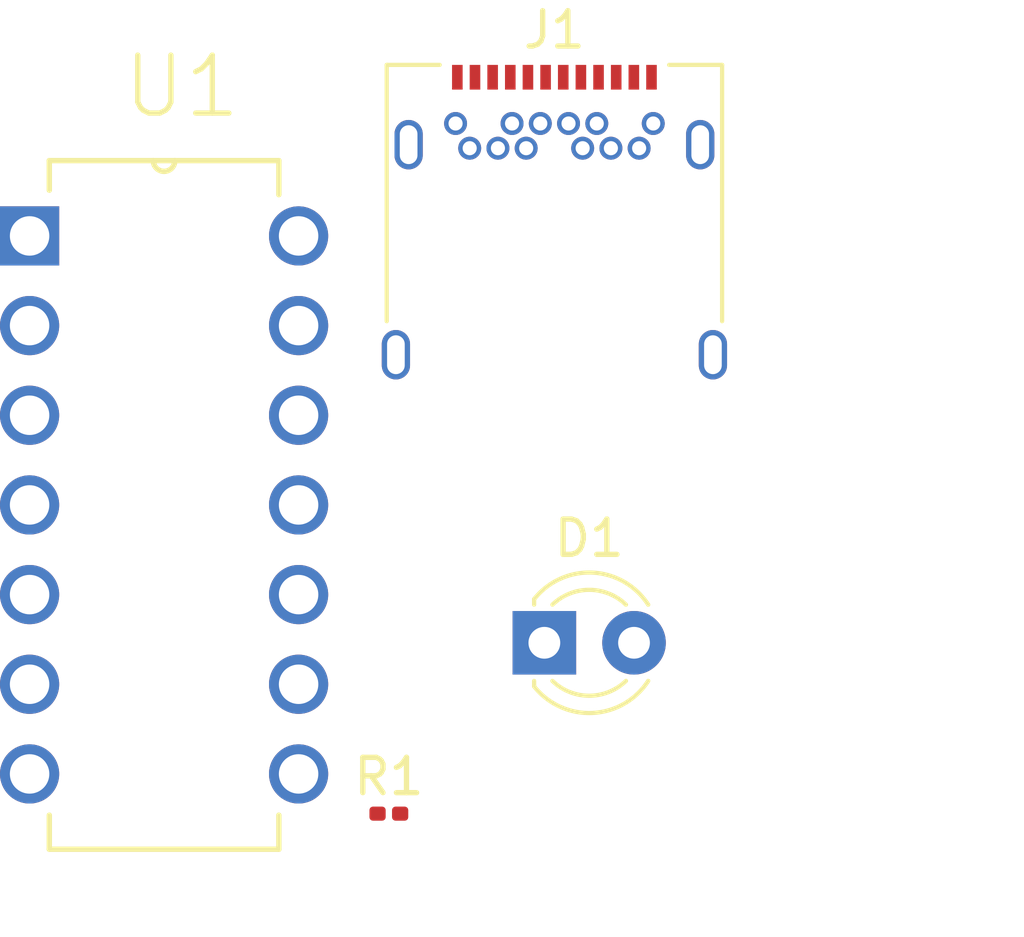
<source format=kicad_pcb>
(kicad_pcb (version 20240108) (generator "pcbnew") (generator_version "8.0")
  (layers (0 "F.Cu" signal) (31 "B.Cu" signal) (34 "B.Paste" user) (35 "F.Paste" user) (36 "B.SilkS" user "B.Silkscreen") (37 "F.SilkS" user "F.Silkscreen") (38 "B.Mask" user) (39 "F.Mask" user) (44 "Edge.Cuts" user))
  (net 0 "")
  (net 13 "Net-(D1-A)")
  (net 14 "Net-(J1-VBUS-PadA4)")
  (net 31 "0")
  (net 32 "+5V")
  (footprint "Resistor_SMD:R_0201_0603Metric" (layer "F.Cu") (at 251.82 72.84)
    (property "Reference" "R1" (at 0 -1.05 0) (layer "F.SilkS"))
    (property "Value" "1kΩ")
    (pad "1" smd roundrect (at -0.32 0) (size 0.46 0.4) (layers "F.Cu" "F.Mask") (net 32 "+5V"))
    (pad "2" smd roundrect (at 0.32 0) (size 0.46 0.4) (layers "F.Cu" "F.Mask") (net 13 "Net-(D1-A)"))
  )
  (footprint "Connector_USB:USB_C_Receptacle_Amphenol_12401548E4-2A" (layer "F.Cu") (at 256.51 57)
    (property "Reference" "J1" (at 0 -6.36 0) (layer "F.SilkS"))
    (property "Value" "5")
    (fp_line (start -4.75 -5.37) (end -4.75 1.89) (stroke (width 0.12)) (layer "F.SilkS"))
    (fp_line (start -4.75 -5.37) (end -3.25 -5.37) (stroke (width 0.12)) (layer "F.SilkS"))
    (fp_line (start 3.25 -5.37) (end 4.75 -5.37) (stroke (width 0.12)) (layer "F.SilkS"))
    (fp_line (start 4.75 -5.37) (end 4.75 1.89) (stroke (width 0.12)) (layer "F.SilkS"))
    (pad "" np_thru_hole circle (at -3.6 -4.36) (size 0.65 0.65) (drill 0.65) (layers "*.Cu" "*.Mask"))
    (pad "" np_thru_hole oval (at 3.6 -4.36) (size 0.95 0.65) (drill oval 0.95 0.65) (layers "*.Cu" "*.Mask"))
    (pad "A1" smd rect (at -2.75 -5.02) (size 0.3 0.7) (layers "F.Cu" "F.Paste" "F.Mask") (net 31 "0"))
    (pad "A2" smd rect (at -2.25 -5.02) (size 0.3 0.7) (layers "F.Cu" "F.Paste" "F.Mask"))
    (pad "A3" smd rect (at -1.75 -5.02) (size 0.3 0.7) (layers "F.Cu" "F.Paste" "F.Mask"))
    (pad "A4" smd rect (at -1.25 -5.02) (size 0.3 0.7) (layers "F.Cu" "F.Paste" "F.Mask") (net 14 "Net-(J1-VBUS-PadA4)"))
    (pad "A5" smd rect (at -0.75 -5.02) (size 0.3 0.7) (layers "F.Cu" "F.Paste" "F.Mask"))
    (pad "A6" smd rect (at -0.25 -5.02) (size 0.3 0.7) (layers "F.Cu" "F.Paste" "F.Mask"))
    (pad "A7" smd rect (at 0.25 -5.02) (size 0.3 0.7) (layers "F.Cu" "F.Paste" "F.Mask"))
    (pad "A8" smd rect (at 0.75 -5.02) (size 0.3 0.7) (layers "F.Cu" "F.Paste" "F.Mask"))
    (pad "A9" smd rect (at 1.25 -5.02) (size 0.3 0.7) (layers "F.Cu" "F.Paste" "F.Mask") (net 14 "Net-(J1-VBUS-PadA4)"))
    (pad "A10" smd rect (at 1.75 -5.02) (size 0.3 0.7) (layers "F.Cu" "F.Paste" "F.Mask"))
    (pad "A11" smd rect (at 2.25 -5.02) (size 0.3 0.7) (layers "F.Cu" "F.Paste" "F.Mask"))
    (pad "A12" smd rect (at 2.75 -5.02) (size 0.3 0.7) (layers "F.Cu" "F.Paste" "F.Mask") (net 31 "0"))
    (pad "B1" thru_hole circle (at 2.8 -3.71) (size 0.65 0.65) (drill 0.4) (layers "*.Cu" "*.Mask") (net 31 "0"))
    (pad "B2" thru_hole circle (at 2.4 -3.01) (size 0.65 0.65) (drill 0.4) (layers "*.Cu" "*.Mask"))
    (pad "B3" thru_hole circle (at 1.6 -3.01) (size 0.65 0.65) (drill 0.4) (layers "*.Cu" "*.Mask"))
    (pad "B4" thru_hole circle (at 1.2 -3.71) (size 0.65 0.65) (drill 0.4) (layers "*.Cu" "*.Mask") (net 14 "Net-(J1-VBUS-PadA4)"))
    (pad "B5" thru_hole circle (at 0.8 -3.01) (size 0.65 0.65) (drill 0.4) (layers "*.Cu" "*.Mask"))
    (pad "B6" thru_hole circle (at 0.4 -3.71) (size 0.65 0.65) (drill 0.4) (layers "*.Cu" "*.Mask"))
    (pad "B7" thru_hole circle (at -0.4 -3.71) (size 0.65 0.65) (drill 0.4) (layers "*.Cu" "*.Mask"))
    (pad "B8" thru_hole circle (at -0.8 -3.01) (size 0.65 0.65) (drill 0.4) (layers "*.Cu" "*.Mask"))
    (pad "B9" thru_hole circle (at -1.2 -3.71) (size 0.65 0.65) (drill 0.4) (layers "*.Cu" "*.Mask") (net 14 "Net-(J1-VBUS-PadA4)"))
    (pad "B10" thru_hole circle (at -1.6 -3.01) (size 0.65 0.65) (drill 0.4) (layers "*.Cu" "*.Mask"))
    (pad "B11" thru_hole circle (at -2.4 -3.01) (size 0.65 0.65) (drill 0.4) (layers "*.Cu" "*.Mask"))
    (pad "B12" thru_hole circle (at -2.8 -3.71) (size 0.65 0.65) (drill 0.4) (layers "*.Cu" "*.Mask") (net 31 "0"))
    (pad "S1" thru_hole oval (at -4.49 2.84) (size 0.8 1.4) (drill oval 0.5 1.1) (layers "*.Cu" "*.Mask") (net 32 "+5V"))
    (pad "S1" thru_hole oval (at -4.13 -3.11) (size 0.8 1.4) (drill oval 0.5 1.1) (layers "*.Cu" "*.Mask") (net 32 "+5V"))
    (pad "S1" thru_hole oval (at 4.13 -3.11) (size 0.8 1.4) (drill oval 0.5 1.1) (layers "*.Cu" "*.Mask") (net 32 "+5V"))
    (pad "S1" thru_hole oval (at 4.49 2.84) (size 0.8 1.4) (drill oval 0.5 1.1) (layers "*.Cu" "*.Mask") (net 32 "+5V"))
  )
  (footprint "LED_THT:LED_D3.0mm_IRBlack" (layer "F.Cu") (at 256.225 68)
    (property "Reference" "D1" (at 1.27 -2.96 0) (layer "F.SilkS"))
    (property "Value" "LED")
    (fp_line (start -0.29 -1.236) (end -0.29 -1.08) (stroke (width 0.12)) (layer "F.SilkS"))
    (fp_line (start -0.29 1.08) (end -0.29 1.236) (stroke (width 0.12)) (layer "F.SilkS"))
    (fp_arc (start -0.29 -1.235516) (mid 1.366487 -1.987659) (end 2.942335 -1.078608) (stroke (width 0.12)) (layer "F.SilkS"))
    (fp_arc (start 0.229039 -1.08) (mid 1.270117 -1.5) (end 2.31113 -1.079837) (stroke (width 0.12)) (layer "F.SilkS"))
    (fp_arc (start 2.31113 1.079837) (mid 1.270117 1.5) (end 0.229039 1.08) (stroke (width 0.12)) (layer "F.SilkS"))
    (fp_arc (start 2.942335 1.078608) (mid 1.366487 1.987659) (end -0.29 1.235516) (stroke (width 0.12)) (layer "F.SilkS"))
    (pad "1" thru_hole rect (at 0 0) (size 1.8 1.8) (drill 0.9) (layers "*.Cu" "*.Mask") (net 31 "0"))
    (pad "2" thru_hole circle (at 2.54 0) (size 1.8 1.8) (drill 0.9) (layers "*.Cu" "*.Mask") (net 13 "Net-(D1-A)"))
  )
  (footprint "HEF4093BP_652:DIP254P762X420-14" (layer "F.Cu") (at 249.2632 71.7148)
    (property "Reference" "U1" (at -3.30462 -19.47193 0) (layer "F.SilkS") (effects (font (size 1.641307 1.641307))))
    (property "Value" "HEF4093BP_652")
    (fp_line (start -7.0612 -17.3736) (end -7.0612 -16.5354) (stroke (width 0.1524)) (layer "F.SilkS"))
    (fp_line (start -7.0612 1.1684) (end -7.0612 2.1336) (stroke (width 0.1524)) (layer "F.SilkS"))
    (fp_line (start -7.0612 2.1336) (end -0.5588 2.1336) (stroke (width 0.1524)) (layer "F.SilkS"))
    (fp_line (start -4.1148 -17.3736) (end -7.0612 -17.3736) (stroke (width 0.1524)) (layer "F.SilkS"))
    (fp_line (start -3.5052 -17.3736) (end -4.1148 -17.3736) (stroke (width 0.1524)) (layer "F.SilkS"))
    (fp_line (start -0.5588 -17.3736) (end -3.5052 -17.3736) (stroke (width 0.1524)) (layer "F.SilkS"))
    (fp_line (start -0.5588 -16.4084) (end -0.5588 -17.3736) (stroke (width 0.1524)) (layer "F.SilkS"))
    (fp_line (start -0.5588 2.1336) (end -0.5588 1.1684) (stroke (width 0.1524)) (layer "F.SilkS"))
    (fp_arc (start -3.5052 -17.3736) (mid -3.81 -17.0688) (end -4.1148 -17.3736) (stroke (width 0.1524)) (layer "F.SilkS"))
    (pad "1" thru_hole rect (at -7.62 -15.24) (size 1.6764 1.6764) (drill 1.1176) (layers "*.Cu" "*.Mask"))
    (pad "2" thru_hole circle (at -7.62 -12.7) (size 1.6764 1.6764) (drill 1.1176) (layers "*.Cu" "*.Mask"))
    (pad "3" thru_hole circle (at -7.62 -10.16) (size 1.6764 1.6764) (drill 1.1176) (layers "*.Cu" "*.Mask"))
    (pad "4" thru_hole circle (at -7.62 -7.62) (size 1.6764 1.6764) (drill 1.1176) (layers "*.Cu" "*.Mask"))
    (pad "5" thru_hole circle (at -7.62 -5.08) (size 1.6764 1.6764) (drill 1.1176) (layers "*.Cu" "*.Mask"))
    (pad "6" thru_hole circle (at -7.62 -2.54) (size 1.6764 1.6764) (drill 1.1176) (layers "*.Cu" "*.Mask"))
    (pad "7" thru_hole circle (at -7.62 0) (size 1.6764 1.6764) (drill 1.1176) (layers "*.Cu" "*.Mask") (net 31 "0"))
    (pad "8" thru_hole circle (at 0 0) (size 1.6764 1.6764) (drill 1.1176) (layers "*.Cu" "*.Mask"))
    (pad "9" thru_hole circle (at 0 -2.54) (size 1.6764 1.6764) (drill 1.1176) (layers "*.Cu" "*.Mask"))
    (pad "10" thru_hole circle (at 0 -5.08) (size 1.6764 1.6764) (drill 1.1176) (layers "*.Cu" "*.Mask"))
    (pad "11" thru_hole circle (at 0 -7.62) (size 1.6764 1.6764) (drill 1.1176) (layers "*.Cu" "*.Mask"))
    (pad "12" thru_hole circle (at 0 -10.16) (size 1.6764 1.6764) (drill 1.1176) (layers "*.Cu" "*.Mask"))
    (pad "13" thru_hole circle (at 0 -12.7) (size 1.6764 1.6764) (drill 1.1176) (layers "*.Cu" "*.Mask"))
    (pad "14" thru_hole circle (at 0 -15.24) (size 1.6764 1.6764) (drill 1.1176) (layers "*.Cu" "*.Mask") (net 32 "+5V"))
  )
)
</source>
